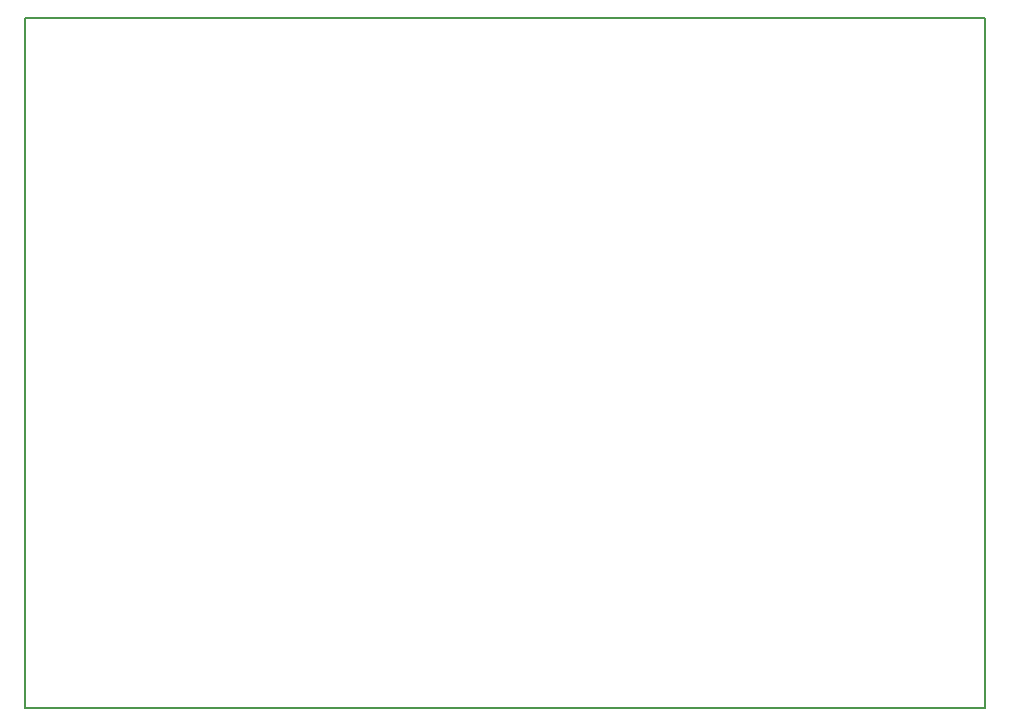
<source format=gbr>
%TF.FileFunction,Profile,NP*%
%FSLAX46Y46*%
G04 Gerber Fmt 4.6, Leading zero omitted, Abs format (unit mm)*
G04 Created by KiCad (PCBNEW (2014-08-20 BZR 5085)-product) date Wed 10 Sep 2014 10:30:42 AM EEST*
%MOMM*%
G01*
G04 APERTURE LIST*
%ADD10C,0.150000*%
G04 APERTURE END LIST*
D10*
X0Y0D02*
X81280000Y0D01*
X0Y-58420000D02*
X0Y0D01*
X81280000Y-58420000D02*
X0Y-58420000D01*
X81280000Y0D02*
X81280000Y-58420000D01*
M02*

</source>
